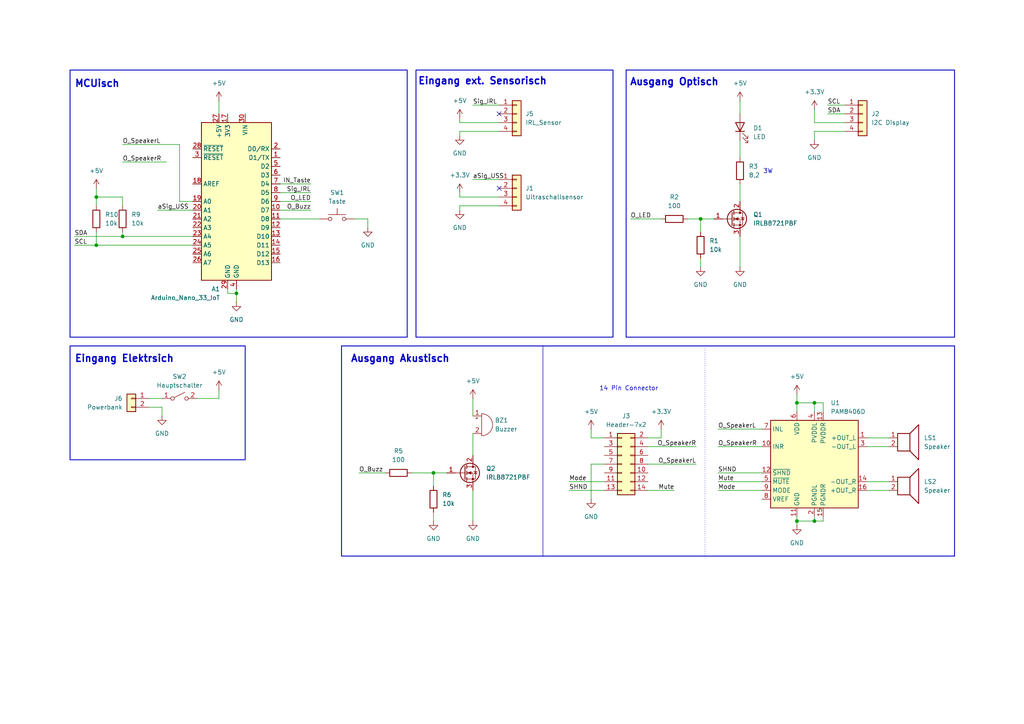
<source format=kicad_sch>
(kicad_sch (version 20250114) (generator "eeschema") (generator_version "9.0")
  (paper "A4")
  (title_block (title "Alarmanlage") (date "2025-11-16") (rev "v2"))
  (lib_symbols
    (symbol "Amplifier_Audio:PAM8406D"
      (property "Reference" "U" (at -12.7 -15.24 0))
      (property "Value" "PAM8406D" (at -10.16 -17.78 0))
      (symbol "PAM8406D_0_1"
        (rectangle (start -12.7 12.7) (end 12.7 -12.7) (stroke (width 0.254)) (fill (type background)))
      )
      (symbol "PAM8406D_1_1"
        (pin input line (at -15.24 10.16 0) (length 2.54) (name "INL") (number "7"))
        (pin input line (at -15.24 5.08 0) (length 2.54) (name "INR") (number "10"))
        (pin input line (at -15.24 -2.54 0) (length 2.54) (name "~{SHND}") (number "12"))
        (pin input line (at -15.24 -5.08 0) (length 2.54) (name "~{MUTE}") (number "5"))
        (pin input line (at -15.24 -7.62 0) (length 2.54) (name "MODE") (number "9"))
        (pin passive line (at -15.24 -10.16 0) (length 2.54) (name "VREF") (number "8"))
        (pin power_in line (at -5.08 15.24 270) (length 2.54) (name "VDD") (number "6"))
        (pin power_in line (at -5.08 -15.24 90) (length 2.54) (name "GND") (number "11"))
        (pin power_in line (at 0 15.24 270) (length 2.54) (name "PVDDL") (number "4"))
        (pin power_in line (at 0 -15.24 90) (length 2.54) (name "PGNDL") (number "2"))
        (pin power_in line (at 2.54 15.24 270) (length 2.54) (name "PVDDR") (number "13"))
        (pin power_in line (at 2.54 -15.24 90) (length 2.54) (name "PGNDR") (number "15"))
        (pin output line (at 15.24 7.62 180) (length 2.54) (name "+OUT_L") (number "1"))
        (pin output line (at 15.24 5.08 180) (length 2.54) (name "-OUT_L") (number "3"))
        (pin output line (at 15.24 -5.08 180) (length 2.54) (name "-OUT_R") (number "14"))
        (pin output line (at 15.24 -7.62 180) (length 2.54) (name "+OUT_R") (number "16"))
      )
    )
    (symbol "Connector_Generic:Conn_01x02" (pin_names (offset 1.016) (hide yes))
      (property "Reference" "J" (at 0 2.54 0))
      (property "Value" "Conn_01x02" (at 0 -5.08 0))
      (symbol "Conn_01x02_1_1"
        (rectangle (start -1.27 1.27) (end 1.27 -3.81) (stroke (width 0.254)) (fill (type background)))
        (rectangle (start -1.27 0.127) (end 0 -0.127) (stroke (width 0.1524)))
        (rectangle (start -1.27 -2.413) (end 0 -2.667) (stroke (width 0.1524)))
        (pin passive line (at -5.08 0 0) (length 3.81) (name "Pin_1") (number "1"))
        (pin passive line (at -5.08 -2.54 0) (length 3.81) (name "Pin_2") (number "2"))
      )
    )
    (symbol "Connector_Generic:Conn_01x04" (pin_names (offset 1.016) (hide yes))
      (property "Reference" "J" (at 0 5.08 0))
      (property "Value" "Conn_01x04" (at 0 -7.62 0))
      (symbol "Conn_01x04_1_1"
        (rectangle (start -1.27 3.81) (end 1.27 -6.35) (stroke (width 0.254)) (fill (type background)))
        (rectangle (start -1.27 2.667) (end 0 2.413) (stroke (width 0.1524)))
        (rectangle (start -1.27 0.127) (end 0 -0.127) (stroke (width 0.1524)))
        (rectangle (start -1.27 -2.413) (end 0 -2.667) (stroke (width 0.1524)))
        (rectangle (start -1.27 -4.953) (end 0 -5.207) (stroke (width 0.1524)))
        (pin passive line (at -5.08 2.54 0) (length 3.81) (name "Pin_1") (number "1"))
        (pin passive line (at -5.08 0 0) (length 3.81) (name "Pin_2") (number "2"))
        (pin passive line (at -5.08 -2.54 0) (length 3.81) (name "Pin_3") (number "3"))
        (pin passive line (at -5.08 -5.08 0) (length 3.81) (name "Pin_4") (number "4"))
      )
    )
    (symbol "Connector_Generic:Conn_02x07_Odd_Even" (pin_names (offset 1.016) (hide yes))
      (property "Reference" "J" (at 1.27 10.16 0))
      (property "Value" "Conn_02x07_Odd_Even" (at 1.27 -10.16 0))
      (symbol "Conn_02x07_Odd_Even_1_1"
        (rectangle (start -1.27 8.89) (end 3.81 -8.89) (stroke (width 0.254)) (fill (type background)))
        (rectangle (start -1.27 7.747) (end 0 7.493) (stroke (width 0.1524)))
        (rectangle (start -1.27 5.207) (end 0 4.953) (stroke (width 0.1524)))
        (rectangle (start -1.27 2.667) (end 0 2.413) (stroke (width 0.1524)))
        (rectangle (start -1.27 0.127) (end 0 -0.127) (stroke (width 0.1524)))
        (rectangle (start -1.27 -2.413) (end 0 -2.667) (stroke (width 0.1524)))
        (rectangle (start -1.27 -4.953) (end 0 -5.207) (stroke (width 0.1524)))
        (rectangle (start -1.27 -7.493) (end 0 -7.747) (stroke (width 0.1524)))
        (rectangle (start 3.81 7.747) (end 2.54 7.493) (stroke (width 0.1524)))
        (rectangle (start 3.81 5.207) (end 2.54 4.953) (stroke (width 0.1524)))
        (rectangle (start 3.81 2.667) (end 2.54 2.413) (stroke (width 0.1524)))
        (rectangle (start 3.81 0.127) (end 2.54 -0.127) (stroke (width 0.1524)))
        (rectangle (start 3.81 -2.413) (end 2.54 -2.667) (stroke (width 0.1524)))
        (rectangle (start 3.81 -4.953) (end 2.54 -5.207) (stroke (width 0.1524)))
        (rectangle (start 3.81 -7.493) (end 2.54 -7.747) (stroke (width 0.1524)))
        (pin passive line (at -5.08 7.62 0) (length 3.81) (name "Pin_1") (number "1"))
        (pin passive line (at -5.08 5.08 0) (length 3.81) (name "Pin_3") (number "3"))
        (pin passive line (at -5.08 2.54 0) (length 3.81) (name "Pin_5") (number "5"))
        (pin passive line (at -5.08 0 0) (length 3.81) (name "Pin_7") (number "7"))
        (pin passive line (at -5.08 -2.54 0) (length 3.81) (name "Pin_9") (number "9"))
        (pin passive line (at -5.08 -5.08 0) (length 3.81) (name "Pin_11") (number "11"))
        (pin passive line (at -5.08 -7.62 0) (length 3.81) (name "Pin_13") (number "13"))
        (pin passive line (at 7.62 7.62 180) (length 3.81) (name "Pin_2") (number "2"))
        (pin passive line (at 7.62 5.08 180) (length 3.81) (name "Pin_4") (number "4"))
        (pin passive line (at 7.62 2.54 180) (length 3.81) (name "Pin_6") (number "6"))
        (pin passive line (at 7.62 0 180) (length 3.81) (name "Pin_8") (number "8"))
        (pin passive line (at 7.62 -2.54 180) (length 3.81) (name "Pin_10") (number "10"))
        (pin passive line (at 7.62 -5.08 180) (length 3.81) (name "Pin_12") (number "12"))
        (pin passive line (at 7.62 -7.62 180) (length 3.81) (name "Pin_14") (number "14"))
      )
    )
    (symbol "Device:Buzzer" (pin_names (offset 0.0254) (hide yes))
      (property "Reference" "BZ" (at 3.81 1.27 0))
      (property "Value" "Buzzer" (at 3.81 -1.27 0))
      (symbol "Buzzer_0_1"
        (polyline (pts (xy -1.651 1.905) (xy -1.143 1.905)))
        (polyline (pts (xy -1.397 2.159) (xy -1.397 1.651)))
        (arc (start 0 3.175) (mid 3.1612 0) (end 0 -3.175))
        (polyline (pts (xy 0 3.175) (xy 0 -3.175)))
      )
      (symbol "Buzzer_1_1"
        (pin passive line (at -2.54 2.54 0) (length 2.54) (name "+") (number "1"))
        (pin passive line (at -2.54 -2.54 0) (length 2.54) (name "-") (number "2"))
      )
    )
    (symbol "Device:LED" (pin_numbers (hide yes)) (pin_names (offset 1.016) (hide yes))
      (property "Reference" "D" (at 0 2.54 0))
      (property "Value" "LED" (at 0 -2.54 0))
      (symbol "LED_0_1"
        (polyline (pts (xy -3.048 -0.762) (xy -4.572 -2.286) (xy -3.81 -2.286) (xy -4.572 -2.286) (xy -4.572 -1.524)))
        (polyline (pts (xy -1.778 -0.762) (xy -3.302 -2.286) (xy -2.54 -2.286) (xy -3.302 -2.286) (xy -3.302 -1.524)))
        (polyline (pts (xy -1.27 0) (xy 1.27 0)))
        (polyline (pts (xy -1.27 -1.27) (xy -1.27 1.27)) (stroke (width 0.254)))
        (polyline (pts (xy 1.27 -1.27) (xy 1.27 1.27) (xy -1.27 0) (xy 1.27 -1.27)) (stroke (width 0.254)))
      )
      (symbol "LED_1_1"
        (pin passive line (at -3.81 0 0) (length 2.54) (name "K") (number "1"))
        (pin passive line (at 3.81 0 180) (length 2.54) (name "A") (number "2"))
      )
    )
    (symbol "Device:R" (pin_numbers (hide yes)) (pin_names (offset 0))
      (property "Reference" "R" (at 2.032 0 90))
      (property "Value" "R" (at 0 0 90))
      (symbol "R_0_1"
        (rectangle (start -1.016 -2.54) (end 1.016 2.54) (stroke (width 0.254)))
      )
      (symbol "R_1_1"
        (pin passive line (at 0 3.81 270) (length 1.27) (name "~") (number "1"))
        (pin passive line (at 0 -3.81 90) (length 1.27) (name "~") (number "2"))
      )
    )
    (symbol "Device:Speaker" (pin_names (offset 0) (hide yes))
      (property "Reference" "LS" (at 1.27 5.715 0))
      (property "Value" "Speaker" (at 1.27 3.81 0))
      (symbol "Speaker_0_0"
        (rectangle (start -2.54 1.27) (end 1.016 -3.81) (stroke (width 0.254)))
        (polyline (pts (xy 1.016 1.27) (xy 3.556 3.81) (xy 3.556 -6.35) (xy 1.016 -3.81)) (stroke (width 0.254)))
      )
      (symbol "Speaker_1_1"
        (pin input line (at -5.08 0 0) (length 2.54) (name "1") (number "1"))
        (pin input line (at -5.08 -2.54 0) (length 2.54) (name "2") (number "2"))
      )
    )
    (symbol "MCU_Module:Arduino_Nano_v3.x"
      (property "Reference" "A" (at -10.16 23.495 0))
      (property "Value" "Arduino_Nano_v3.x" (at 5.08 -24.13 0))
      (symbol "Arduino_Nano_v3.x_0_1"
        (rectangle (start -10.16 22.86) (end 10.16 -22.86) (stroke (width 0.254)) (fill (type background)))
      )
      (symbol "Arduino_Nano_v3.x_1_1"
        (pin bidirectional line (at -12.7 15.24 0) (length 2.54) (name "D0/RX") (number "2"))
        (pin bidirectional line (at -12.7 12.7 0) (length 2.54) (name "D1/TX") (number "1"))
        (pin bidirectional line (at -12.7 10.16 0) (length 2.54) (name "D2") (number "5"))
        (pin bidirectional line (at -12.7 7.62 0) (length 2.54) (name "D3") (number "6"))
        (pin bidirectional line (at -12.7 5.08 0) (length 2.54) (name "D4") (number "7"))
        (pin bidirectional line (at -12.7 2.54 0) (length 2.54) (name "D5") (number "8"))
        (pin bidirectional line (at -12.7 0 0) (length 2.54) (name "D6") (number "9"))
        (pin bidirectional line (at -12.7 -2.54 0) (length 2.54) (name "D7") (number "10"))
        (pin bidirectional line (at -12.7 -5.08 0) (length 2.54) (name "D8") (number "11"))
        (pin bidirectional line (at -12.7 -7.62 0) (length 2.54) (name "D9") (number "12"))
        (pin bidirectional line (at -12.7 -10.16 0) (length 2.54) (name "D10") (number "13"))
        (pin bidirectional line (at -12.7 -12.7 0) (length 2.54) (name "D11") (number "14"))
        (pin bidirectional line (at -12.7 -15.24 0) (length 2.54) (name "D12") (number "15"))
        (pin bidirectional line (at -12.7 -17.78 0) (length 2.54) (name "D13") (number "16"))
        (pin power_in line (at -2.54 25.4 270) (length 2.54) (name "VIN") (number "30"))
        (pin power_in line (at 0 -25.4 90) (length 2.54) (name "GND") (number "4"))
        (pin power_out line (at 2.54 25.4 270) (length 2.54) (name "3V3") (number "17"))
        (pin power_in line (at 2.54 -25.4 90) (length 2.54) (name "GND") (number "29"))
        (pin power_out line (at 5.08 25.4 270) (length 2.54) (name "+5V") (number "27"))
        (pin input line (at 12.7 15.24 180) (length 2.54) (name "~{RESET}") (number "28"))
        (pin input line (at 12.7 12.7 180) (length 2.54) (name "~{RESET}") (number "3"))
        (pin input line (at 12.7 5.08 180) (length 2.54) (name "AREF") (number "18"))
        (pin bidirectional line (at 12.7 0 180) (length 2.54) (name "A0") (number "19"))
        (pin bidirectional line (at 12.7 -2.54 180) (length 2.54) (name "A1") (number "20"))
        (pin bidirectional line (at 12.7 -5.08 180) (length 2.54) (name "A2") (number "21"))
        (pin bidirectional line (at 12.7 -7.62 180) (length 2.54) (name "A3") (number "22"))
        (pin bidirectional line (at 12.7 -10.16 180) (length 2.54) (name "A4") (number "23"))
        (pin bidirectional line (at 12.7 -12.7 180) (length 2.54) (name "A5") (number "24"))
        (pin bidirectional line (at 12.7 -15.24 180) (length 2.54) (name "A6") (number "25"))
        (pin bidirectional line (at 12.7 -17.78 180) (length 2.54) (name "A7") (number "26"))
      )
    )
    (symbol "Switch:SW_Push" (pin_numbers (hide yes)) (pin_names (offset 1.016) (hide yes))
      (property "Reference" "SW" (at 1.27 2.54 0))
      (property "Value" "SW_Push" (at 0 -1.524 0))
      (symbol "SW_Push_0_1"
        (circle (center -2.032 0) (radius 0.508))
        (polyline (pts (xy 0 1.27) (xy 0 3.048)))
        (circle (center 2.032 0) (radius 0.508))
        (polyline (pts (xy 2.54 1.27) (xy -2.54 1.27)))
        (pin passive line (at -5.08 0 0) (length 2.54) (name "1") (number "1"))
        (pin passive line (at 5.08 0 180) (length 2.54) (name "2") (number "2"))
      )
    )
    (symbol "Switch:SW_SPST" (pin_names (offset 0) (hide yes))
      (property "Reference" "SW" (at 0 3.175 0))
      (property "Value" "SW_SPST" (at 0 -2.54 0))
      (symbol "SW_SPST_0_0"
        (circle (center -2.032 0) (radius 0.508))
        (polyline (pts (xy -1.524 0.254) (xy 1.524 1.778)))
        (circle (center 2.032 0) (radius 0.508))
      )
      (symbol "SW_SPST_1_1"
        (pin passive line (at -5.08 0 0) (length 2.54) (name "A") (number "1"))
        (pin passive line (at 5.08 0 180) (length 2.54) (name "B") (number "2"))
      )
    )
    (symbol "Transistor_FET:IRLB8721PBF" (pin_names (hide yes))
      (property "Reference" "Q" (at 5.08 1.905 0))
      (property "Value" "IRLB8721PBF" (at 5.08 0 0))
      (symbol "IRLB8721PBF_0_1"
        (polyline (pts (xy 0.254 1.905) (xy 0.254 -1.905)) (stroke (width 0.254)))
        (polyline (pts (xy 0.254 0) (xy -2.54 0)))
        (polyline (pts (xy 0.762 2.286) (xy 0.762 1.27)) (stroke (width 0.254)))
        (polyline (pts (xy 0.762 0.508) (xy 0.762 -0.508)) (stroke (width 0.254)))
        (polyline (pts (xy 0.762 -1.27) (xy 0.762 -2.286)) (stroke (width 0.254)))
        (polyline (pts (xy 0.762 -1.778) (xy 3.302 -1.778) (xy 3.302 1.778) (xy 0.762 1.778)))
        (polyline (pts (xy 1.016 0) (xy 2.032 0.381) (xy 2.032 -0.381) (xy 1.016 0)) (fill (type outline)))
        (circle (center 1.651 0) (radius 2.794) (stroke (width 0.254)))
        (polyline (pts (xy 2.54 2.54) (xy 2.54 1.778)))
        (circle (center 2.54 1.778) (radius 0.254) (fill (type outline)))
        (circle (center 2.54 -1.778) (radius 0.254) (fill (type outline)))
        (polyline (pts (xy 2.54 -2.54) (xy 2.54 0) (xy 0.762 0)))
        (polyline (pts (xy 2.794 0.508) (xy 2.921 0.381) (xy 3.683 0.381) (xy 3.81 0.254)))
        (polyline (pts (xy 3.302 0.381) (xy 2.921 -0.254) (xy 3.683 -0.254) (xy 3.302 0.381)))
      )
      (symbol "IRLB8721PBF_1_1"
        (pin input line (at -5.08 0 0) (length 2.54) (name "G") (number "1"))
        (pin passive line (at 2.54 5.08 270) (length 2.54) (name "D") (number "2"))
        (pin passive line (at 2.54 -5.08 90) (length 2.54) (name "S") (number "3"))
      )
    )
    (symbol "power:+3.3V" (power) (pin_numbers (hide yes)) (pin_names (offset 0) (hide yes))
      (property "Value" "+3.3V" (at 0 3.556 0))
      (symbol "+3.3V_0_1"
        (polyline (pts (xy -0.762 1.27) (xy 0 2.54)))
        (polyline (pts (xy 0 2.54) (xy 0.762 1.27)))
        (polyline (pts (xy 0 0) (xy 0 2.54)))
      )
      (symbol "+3.3V_1_1"
        (pin power_in line (at 0 0 90) (length 0) (name "~") (number "1"))
      )
    )
    (symbol "power:+5V" (power) (pin_numbers (hide yes)) (pin_names (offset 0) (hide yes))
      (property "Value" "+5V" (at 0 3.556 0))
      (symbol "+5V_0_1"
        (polyline (pts (xy -0.762 1.27) (xy 0 2.54)))
        (polyline (pts (xy 0 2.54) (xy 0.762 1.27)))
        (polyline (pts (xy 0 0) (xy 0 2.54)))
      )
      (symbol "+5V_1_1"
        (pin power_in line (at 0 0 90) (length 0) (name "~") (number "1"))
      )
    )
    (symbol "power:GND" (power) (pin_numbers (hide yes)) (pin_names (offset 0) (hide yes))
      (property "Value" "GND" (at 0 -3.81 0))
      (symbol "GND_0_1"
        (polyline (pts (xy 0 0) (xy 0 -1.27) (xy 1.27 -1.27) (xy 0 -2.54) (xy -1.27 -1.27) (xy 0 -1.27)))
      )
      (symbol "GND_1_1"
        (pin power_in line (at 0 0 270) (length 0) (name "~") (number "1"))
      )
    )
  )
  (rectangle (start 20.32 20.32) (end 118.11 97.79) (stroke (width 0.254)))
  (rectangle (start 99.06 100.33) (end 276.86 161.29) (stroke (width 0.254)))
  (rectangle (start 20.32 100.33) (end 71.12 133.35) (stroke (width 0.254)))
  (rectangle (start 120.65 20.32) (end 177.8 97.79) (stroke (width 0.254)))
  (rectangle (start 181.61 20.32) (end 276.86 97.79) (stroke (width 0.254)))
  (text "Eingang Elektrsich" (at 36.068 104.14 0) (effects (font (size 2.032 2.032) (thickness 0.4064) (bold yes))))
  (text "Ausgang Akustisch\n" (at 116.078 104.14 0) (effects (font (size 2.032 2.032) (thickness 0.4064) (bold yes))))
  (text "Ausgang Optisch\n" (at 195.58 23.876 0) (effects (font (size 2.032 2.032) (thickness 0.4064) (bold yes))))
  (text "MCUisch" (at 28.194 24.384 0) (effects (font (size 2.032 2.032) (thickness 0.4064) (bold yes))))
  (text "14 Pin Connector" (at 182.372 112.776 0) (effects (font (size 1.27 1.27))))
  (text "3W" (at 222.758 49.784 0) (effects (font (size 1.27 1.27))))
  (text "Eingang ext. Sensorisch\n" (at 139.954 23.622 0) (effects (font (size 2.032 2.032) (thickness 0.4064) (bold yes))))
  (junction (at 231.14 116.84))
  (junction (at 125.73 137.16))
  (junction (at 203.2 63.5))
  (junction (at 27.94 57.15))
  (junction (at 35.56 68.58))
  (junction (at 78.74 246.38))
  (junction (at 236.22 116.84))
  (junction (at 27.94 71.12))
  (junction (at 231.14 151.13))
  (junction (at 236.22 151.13))
  (junction (at 68.58 85.09))
  (no_connect (at 144.78 54.61))
  (no_connect (at 144.78 33.02))
  (wire (pts (xy 21.59 71.12) (xy 27.94 71.12)))
  (wire (pts (xy 68.58 85.09) (xy 68.58 87.63)))
  (wire (pts (xy 165.1 139.7) (xy 175.26 139.7)))
  (wire (pts (xy 236.22 151.13) (xy 238.76 151.13)))
  (wire (pts (xy 119.38 137.16) (xy 125.73 137.16)))
  (wire (pts (xy 90.17 58.42) (xy 81.28 58.42)))
  (wire (pts (xy 46.99 120.65) (xy 46.99 118.11)))
  (wire (pts (xy 68.58 83.82) (xy 68.58 85.09)))
  (wire (pts (xy 236.22 31.75) (xy 236.22 35.56)))
  (wire (pts (xy 236.22 149.86) (xy 236.22 151.13)))
  (wire (pts (xy 81.28 55.88) (xy 90.17 55.88)))
  (wire (pts (xy 35.56 46.99) (xy 48.26 46.99)))
  (wire (pts (xy 171.45 144.78) (xy 171.45 134.62)))
  (wire (pts (xy 171.45 124.46) (xy 171.45 127)))
  (wire (pts (xy 52.07 41.91) (xy 52.07 58.42)))
  (wire (pts (xy 187.96 129.54) (xy 201.93 129.54)))
  (wire (pts (xy 208.28 142.24) (xy 220.98 142.24)))
  (wire (pts (xy 137.16 52.07) (xy 144.78 52.07)))
  (wire (pts (xy 27.94 71.12) (xy 55.88 71.12)))
  (wire (pts (xy 81.28 63.5) (xy 92.71 63.5)))
  (wire (pts (xy 208.28 139.7) (xy 220.98 139.7)))
  (wire (pts (xy 251.46 127) (xy 257.81 127)))
  (wire (pts (xy 214.63 40.64) (xy 214.63 45.72)))
  (wire (pts (xy 236.22 40.64) (xy 236.22 38.1)))
  (wire (pts (xy 133.35 38.1) (xy 144.78 38.1)))
  (wire (pts (xy 63.5 29.21) (xy 63.5 33.02)))
  (wire (pts (xy 133.35 35.56) (xy 144.78 35.56)))
  (wire (pts (xy 21.59 68.58) (xy 35.56 68.58)))
  (wire (pts (xy 199.39 63.5) (xy 203.2 63.5)))
  (wire (pts (xy 106.68 66.04) (xy 106.68 63.5)))
  (wire (pts (xy 45.72 60.96) (xy 55.88 60.96)))
  (wire (pts (xy 137.16 115.57) (xy 137.16 120.65)))
  (wire (pts (xy 236.22 38.1) (xy 245.11 38.1)))
  (wire (pts (xy 133.35 57.15) (xy 144.78 57.15)))
  (wire (pts (xy 231.14 114.3) (xy 231.14 116.84)))
  (wire (pts (xy 35.56 41.91) (xy 52.07 41.91)))
  (wire (pts (xy 78.74 257.81) (xy 78.74 260.35)))
  (wire (pts (xy 46.99 118.11) (xy 43.18 118.11)))
  (wire (pts (xy 125.73 140.97) (xy 125.73 137.16)))
  (wire (pts (xy 191.77 124.46) (xy 191.77 127)))
  (wire (pts (xy 187.96 142.24) (xy 195.58 142.24)))
  (wire (pts (xy 165.1 142.24) (xy 175.26 142.24)))
  (wire (pts (xy 236.22 119.38) (xy 236.22 116.84)))
  (wire (pts (xy 90.17 60.96) (xy 81.28 60.96)))
  (wire (pts (xy 203.2 67.31) (xy 203.2 63.5)))
  (wire (pts (xy 27.94 57.15) (xy 27.94 59.69)))
  (wire (pts (xy 208.28 124.46) (xy 220.98 124.46)))
  (wire (pts (xy 236.22 116.84) (xy 231.14 116.84)))
  (wire (pts (xy 251.46 129.54) (xy 257.81 129.54)))
  (wire (pts (xy 106.68 63.5) (xy 102.87 63.5)))
  (wire (pts (xy 63.5 113.03) (xy 63.5 115.57)))
  (wire (pts (xy 214.63 53.34) (xy 214.63 58.42)))
  (wire (pts (xy 240.03 33.02) (xy 245.11 33.02)))
  (wire (pts (xy 66.04 83.82) (xy 66.04 85.09)))
  (wire (pts (xy 231.14 151.13) (xy 236.22 151.13)))
  (wire (pts (xy 52.07 58.42) (xy 55.88 58.42)))
  (wire (pts (xy 27.94 71.12) (xy 27.94 67.31)))
  (wire (pts (xy 125.73 137.16) (xy 129.54 137.16)))
  (wire (pts (xy 72.39 246.38) (xy 78.74 246.38)))
  (wire (pts (xy 236.22 35.56) (xy 245.11 35.56)))
  (wire (pts (xy 133.35 60.96) (xy 133.35 59.69)))
  (wire (pts (xy 133.35 59.69) (xy 144.78 59.69)))
  (wire (pts (xy 90.17 251.46) (xy 90.17 260.35)))
  (wire (pts (xy 66.04 85.09) (xy 68.58 85.09)))
  (wire (pts (xy 46.99 115.57) (xy 43.18 115.57)))
  (wire (pts (xy 104.14 137.16) (xy 111.76 137.16)))
  (wire (pts (xy 208.28 129.54) (xy 220.98 129.54)))
  (wire (pts (xy 203.2 63.5) (xy 207.01 63.5)))
  (wire (pts (xy 133.35 34.29) (xy 133.35 35.56)))
  (wire (pts (xy 137.16 142.24) (xy 137.16 151.13)))
  (wire (pts (xy 35.56 59.69) (xy 35.56 57.15)))
  (wire (pts (xy 187.96 134.62) (xy 201.93 134.62)))
  (wire (pts (xy 137.16 30.48) (xy 144.78 30.48)))
  (wire (pts (xy 240.03 30.48) (xy 245.11 30.48)))
  (wire (pts (xy 182.88 63.5) (xy 191.77 63.5)))
  (polyline (pts (xy 204.47 100.33) (xy 204.47 161.29)) (stroke (width 0) (type dot)))
  (wire (pts (xy 35.56 67.31) (xy 35.56 68.58)))
  (polyline (pts (xy 157.48 100.33) (xy 157.48 161.29)))
  (wire (pts (xy 137.16 125.73) (xy 137.16 132.08)))
  (wire (pts (xy 238.76 116.84) (xy 236.22 116.84)))
  (wire (pts (xy 78.74 246.38) (xy 82.55 246.38)))
  (wire (pts (xy 231.14 149.86) (xy 231.14 151.13)))
  (wire (pts (xy 35.56 57.15) (xy 27.94 57.15)))
  (wire (pts (xy 238.76 119.38) (xy 238.76 116.84)))
  (wire (pts (xy 81.28 53.34) (xy 90.17 53.34)))
  (wire (pts (xy 251.46 142.24) (xy 257.81 142.24)))
  (wire (pts (xy 208.28 137.16) (xy 220.98 137.16)))
  (wire (pts (xy 90.17 238.76) (xy 90.17 241.3)))
  (wire (pts (xy 171.45 127) (xy 175.26 127)))
  (wire (pts (xy 214.63 68.58) (xy 214.63 77.47)))
  (wire (pts (xy 171.45 134.62) (xy 175.26 134.62)))
  (wire (pts (xy 63.5 115.57) (xy 57.15 115.57)))
  (wire (pts (xy 231.14 116.84) (xy 231.14 119.38)))
  (wire (pts (xy 78.74 250.19) (xy 78.74 246.38)))
  (wire (pts (xy 214.63 29.21) (xy 214.63 33.02)))
  (wire (pts (xy 231.14 151.13) (xy 231.14 152.4)))
  (wire (pts (xy 133.35 55.88) (xy 133.35 57.15)))
  (wire (pts (xy 27.94 54.61) (xy 27.94 57.15)))
  (wire (pts (xy 203.2 74.93) (xy 203.2 77.47)))
  (wire (pts (xy 251.46 139.7) (xy 257.81 139.7)))
  (wire (pts (xy 133.35 39.37) (xy 133.35 38.1)))
  (wire (pts (xy 238.76 149.86) (xy 238.76 151.13)))
  (wire (pts (xy 187.96 127) (xy 191.77 127)))
  (wire (pts (xy 35.56 68.58) (xy 55.88 68.58)))
  (wire (pts (xy 125.73 148.59) (xy 125.73 151.13)))
  (label "SCL" (at 21.59 71.12 0))
  (label "Sig_IRL" (at 137.16 30.48 0))
  (label "O_Buzz" (at 90.17 60.96 180))
  (label "Mode" (at 165.1 139.7 0))
  (label "O_SpeakerR" (at 35.56 46.99 0))
  (label "O_SpeakerR" (at 208.28 129.54 0))
  (label "IN_Taste" (at 90.17 53.34 180))
  (label "Mode" (at 208.28 142.24 0))
  (label "SHND" (at 208.28 137.16 0))
  (label "O_LED" (at 90.17 58.42 180))
  (label "SHND" (at 165.1 142.24 0))
  (label "aSig_USS" (at 45.72 60.96 0))
  (label "O_SpeakerL" (at 208.28 124.46 0))
  (label "O_LED" (at 182.88 63.5 0))
  (label "Mute" (at 195.58 142.24 180))
  (label "Mute" (at 208.28 139.7 0))
  (label "O_SpeakerL" (at 201.93 134.62 180))
  (label "O_SpeakerL" (at 35.56 41.91 0))
  (label "O_Buzz" (at 104.14 137.16 0))
  (label "SDA" (at 240.03 33.02 0))
  (label "O_SpeakerR" (at 201.93 129.54 180))
  (label "SDA" (at 21.59 68.58 0))
  (label "aSig_USS" (at 137.16 52.07 0))
  (label "SCL" (at 240.03 30.48 0))
  (label "Sig_IRL" (at 90.17 55.88 180))
  (symbol (lib_id "Device:R") (at 68.58 246.38 90) (unit 1)
    (property "Reference" "R7" (at 68.58 240.03 90))
    (property "Value" "100" (at 68.58 242.57 90))
    (property "Description" "Resistor" (effects (hide yes)))
  )
  (symbol (lib_id "Device:R") (at 115.57 137.16 90) (unit 1)
    (property "Reference" "R5" (at 115.57 130.81 90))
    (property "Value" "100" (at 115.57 133.35 90))
    (property "Description" "Resistor" (effects (hide yes)))
  )
  (symbol (lib_id "Device:R") (at 195.58 63.5 90) (unit 1)
    (property "Reference" "R2" (at 195.58 57.15 90))
    (property "Value" "100" (at 195.58 59.69 90))
    (property "Description" "Resistor" (effects (hide yes)))
  )
  (symbol (lib_id "power:GND") (at 214.63 77.47 0) (unit 1)
    (property "Reference" "#PWR04" (effects (hide yes)))
    (property "Value" "GND" (at 214.63 82.55 0))
    (property "Description" "Power symbol creates a global label with name \"GND\" , ground" (effects (hide yes)))
  )
  (symbol (lib_id "Connector_Generic:Conn_01x04") (at 149.86 33.02 0) (unit 1)
    (property "Reference" "J5" (at 152.4 33.0199 0) (effects (justify left)))
    (property "Value" "IRL_Sensor" (at 152.4 35.5599 0) (effects (justify left)))
    (property "Description" "Generic connector, single row, 01x04, script generated (kicad-library-utils/schlib/autogen/connector/)" (effects (hide yes)))
  )
  (symbol (lib_id "power:GND") (at 106.68 66.04 0) (unit 1)
    (property "Reference" "#PWR023" (effects (hide yes)))
    (property "Value" "GND" (at 106.68 71.12 0))
    (property "Description" "Power symbol creates a global label with name \"GND\" , ground" (effects (hide yes)))
  )
  (symbol (lib_id "power:+5V") (at 63.5 29.21 0) (unit 1)
    (property "Reference" "#PWR05" (effects (hide yes)))
    (property "Value" "+5V" (at 63.5 24.13 0))
    (property "Description" "Power symbol creates a global label with name \"+5V\"" (effects (hide yes)))
  )
  (symbol (lib_id "Device:LED") (at 214.63 36.83 90) (unit 1)
    (property "Reference" "D1" (at 218.44 37.1474 90) (effects (justify right)))
    (property "Value" "LED" (at 218.44 39.6874 90) (effects (justify right)))
    (property "Description" "Light emitting diode" (effects (hide yes)))
  )
  (symbol (lib_id "Connector_Generic:Conn_01x02") (at 38.1 115.57 0) (mirror y) (unit 1)
    (property "Reference" "J6" (at 35.56 115.5699 0) (effects (justify left)))
    (property "Value" "Powerbank" (at 35.56 118.1099 0) (effects (justify left)))
    (property "Description" "Generic connector, single row, 01x02, script generated (kicad-library-utils/schlib/autogen/connector/)" (effects (hide yes)))
  )
  (symbol (lib_id "Connector_Generic:Conn_01x04") (at 149.86 54.61 0) (unit 1)
    (property "Reference" "J1" (at 152.4 54.6099 0) (effects (justify left)))
    (property "Value" "Ultraschallsensor" (at 152.4 57.1499 0) (effects (justify left)))
    (property "Description" "Generic connector, single row, 01x04, script generated (kicad-library-utils/schlib/autogen/connector/)" (effects (hide yes)))
  )
  (symbol (lib_id "Device:Buzzer") (at 139.7 123.19 0) (unit 1)
    (property "Reference" "BZ1" (at 143.51 121.9199 0) (effects (justify left)))
    (property "Value" "Buzzer" (at 143.51 124.4599 0) (effects (justify left)))
    (property "Description" "Buzzer, polarized" (effects (hide yes)))
  )
  (symbol (lib_id "power:+5V") (at 231.14 114.3 0) (unit 1)
    (property "Reference" "#PWR022" (effects (hide yes)))
    (property "Value" "+5V" (at 231.14 109.22 0))
    (property "Description" "Power symbol creates a global label with name \"+5V\"" (effects (hide yes)))
  )
  (symbol (lib_id "Device:Speaker") (at 262.89 139.7 0) (unit 1)
    (property "Reference" "LS2" (at 267.97 139.6999 0) (effects (justify left)))
    (property "Value" "Speaker" (at 267.97 142.2399 0) (effects (justify left)))
    (property "Description" "Speaker" (effects (hide yes)))
  )
  (symbol (lib_id "power:+5V") (at 171.45 124.46 0) (unit 1)
    (property "Reference" "#PWR06" (effects (hide yes)))
    (property "Value" "+5V" (at 171.45 119.38 0))
    (property "Description" "Power symbol creates a global label with name \"+5V\"" (effects (hide yes)))
  )
  (symbol (lib_id "Connector_Generic:Conn_02x07_Odd_Even") (at 180.34 134.62 0) (unit 1)
    (property "Reference" "J3" (at 181.61 120.65 0))
    (property "Value" "Header-7x2" (at 181.61 123.19 0))
    (property "Description" "Generic connector, double row, 02x07, odd/even pin numbering scheme (row 1 odd numbers, row 2 even numbers), script generated (kicad-library-utils/schlib/autogen/connector/)" (effects (hide yes)))
  )
  (symbol (lib_id "power:GND") (at 137.16 151.13 0) (unit 1)
    (property "Reference" "#PWR016" (effects (hide yes)))
    (property "Value" "GND" (at 137.16 156.21 0))
    (property "Description" "Power symbol creates a global label with name \"GND\" , ground" (effects (hide yes)))
  )
  (symbol (lib_id "power:+5V") (at 27.94 54.61 0) (unit 1)
    (property "Reference" "#PWR020" (effects (hide yes)))
    (property "Value" "+5V" (at 27.94 49.53 0))
    (property "Description" "Power symbol creates a global label with name \"+5V\"" (effects (hide yes)))
  )
  (symbol (lib_id "power:+3.3V") (at 191.77 124.46 0) (unit 1)
    (property "Reference" "#PWR024" (effects (hide yes)))
    (property "Value" "+3.3V" (at 191.77 119.38 0))
    (property "Description" "Power symbol creates a global label with name \"+3.3V\"" (effects (hide yes)))
  )
  (symbol (lib_id "Transistor_FET:IRLB8721PBF") (at 212.09 63.5 0) (unit 1)
    (property "Reference" "Q1" (at 218.44 62.2299 0) (effects (justify left)))
    (property "Value" "IRLB8721PBF" (at 218.44 64.7699 0) (effects (justify left)))
    (property "Footprint" "Package_TO_SOT_THT:TO-220-3_Vertical" (effects (hide yes)))
    (property "Datasheet" "http://www.infineon.com/dgdl/irlb8721pbf.pdf?fileId=5546d462533600a40153566056732591" (effects (hide yes)))
    (property "Description" "62A Id, 30V Vds, 8.7 mOhm Rds, N-Channel HEXFET Power MOSFET, TO-220" (effects (hide yes)))
  )
  (symbol (lib_id "Device:R") (at 125.73 144.78 0) (unit 1)
    (property "Reference" "R6" (at 128.27 143.5099 0) (effects (justify left)))
    (property "Value" "10k" (at 128.27 146.0499 0) (effects (justify left)))
    (property "Description" "Resistor" (effects (hide yes)))
  )
  (symbol (lib_id "power:+3.3V") (at 236.22 31.75 0) (unit 1)
    (property "Reference" "#PWR012" (effects (hide yes)))
    (property "Value" "+3.3V" (at 236.22 26.67 0))
    (property "Description" "Power symbol creates a global label with name \"+3.3V\"" (effects (hide yes)))
  )
  (symbol (lib_id "power:+5V") (at 214.63 29.21 0) (unit 1)
    (property "Reference" "#PWR01" (effects (hide yes)))
    (property "Value" "+5V" (at 214.63 24.13 0))
    (property "Description" "Power symbol creates a global label with name \"+5V\"" (effects (hide yes)))
  )
  (symbol (lib_id "power:GND") (at 171.45 144.78 0) (unit 1)
    (property "Reference" "#PWR025" (effects (hide yes)))
    (property "Value" "GND" (at 171.45 149.86 0))
    (property "Description" "Power symbol creates a global label with name \"GND\" , ground" (effects (hide yes)))
  )
  (symbol (lib_id "Switch:SW_SPST") (at 52.07 115.57 0) (unit 1)
    (property "Reference" "SW2" (at 52.07 109.22 0))
    (property "Value" "Hauptschalter" (at 52.07 111.76 0))
    (property "Description" "Single Pole Single Throw (SPST) switch" (effects (hide yes)))
  )
  (symbol (lib_id "power:GND") (at 236.22 40.64 0) (unit 1)
    (property "Reference" "#PWR011" (effects (hide yes)))
    (property "Value" "GND" (at 236.22 45.72 0))
    (property "Description" "Power symbol creates a global label with name \"GND\" , ground" (effects (hide yes)))
  )
  (symbol (lib_id "power:GND") (at 203.2 77.47 0) (unit 1)
    (property "Reference" "#PWR02" (effects (hide yes)))
    (property "Value" "GND" (at 203.2 82.55 0))
    (property "Description" "Power symbol creates a global label with name \"GND\" , ground" (effects (hide yes)))
  )
  (symbol (lib_id "power:GND") (at 133.35 39.37 0) (unit 1)
    (property "Reference" "#PWR07" (effects (hide yes)))
    (property "Value" "GND" (at 133.35 44.45 0))
    (property "Description" "Power symbol creates a global label with name \"GND\" , ground" (effects (hide yes)))
  )
  (symbol (lib_id "Device:R") (at 214.63 49.53 180) (unit 1)
    (property "Reference" "R3" (at 217.17 48.2599 0) (effects (justify right)))
    (property "Value" "8,2" (at 217.17 50.7999 0) (effects (justify right)))
    (property "Description" "Resistor" (effects (hide yes)))
  )
  (symbol (lib_id "Device:Speaker") (at 262.89 127 0) (unit 1)
    (property "Reference" "LS1" (at 267.97 126.9999 0) (effects (justify left)))
    (property "Value" "Speaker" (at 267.97 129.5399 0) (effects (justify left)))
    (property "Description" "Speaker" (effects (hide yes)))
  )
  (symbol (lib_id "power:GND") (at 78.74 260.35 0) (unit 1)
    (property "Reference" "#PWR017" (effects (hide yes)))
    (property "Value" "GND" (at 78.74 265.43 0))
    (property "Description" "Power symbol creates a global label with name \"GND\" , ground" (effects (hide yes)))
  )
  (symbol (lib_id "Device:R") (at 203.2 71.12 0) (unit 1)
    (property "Reference" "R1" (at 205.74 69.8499 0) (effects (justify left)))
    (property "Value" "10k" (at 205.74 72.3899 0) (effects (justify left)))
    (property "Description" "Resistor" (effects (hide yes)))
  )
  (symbol (lib_id "power:GND") (at 133.35 60.96 0) (unit 1)
    (property "Reference" "#PWR010" (effects (hide yes)))
    (property "Value" "GND" (at 133.35 66.04 0))
    (property "Description" "Power symbol creates a global label with name \"GND\" , ground" (effects (hide yes)))
  )
  (symbol (lib_id "power:+5V") (at 137.16 115.57 0) (unit 1)
    (property "Reference" "#PWR019" (effects (hide yes)))
    (property "Value" "+5V" (at 137.16 110.49 0))
    (property "Description" "Power symbol creates a global label with name \"+5V\"" (effects (hide yes)))
  )
  (symbol (lib_id "Connector_Generic:Conn_01x04") (at 250.19 33.02 0) (unit 1)
    (property "Reference" "J2" (at 252.73 33.0199 0) (effects (justify left)))
    (property "Value" "I2C Display" (at 252.73 35.5599 0) (effects (justify left)))
    (property "Description" "Generic connector, single row, 01x04, script generated (kicad-library-utils/schlib/autogen/connector/)" (effects (hide yes)))
  )
  (symbol (lib_id "power:GND") (at 68.58 87.63 0) (unit 1)
    (property "Reference" "#PWR03" (effects (hide yes)))
    (property "Value" "GND" (at 68.58 92.71 0))
    (property "Description" "Power symbol creates a global label with name \"GND\" , ground" (effects (hide yes)))
  )
  (symbol (lib_id "power:GND") (at 90.17 260.35 0) (unit 1)
    (property "Reference" "#PWR018" (effects (hide yes)))
    (property "Value" "GND" (at 90.17 265.43 0))
    (property "Description" "Power symbol creates a global label with name \"GND\" , ground" (effects (hide yes)))
  )
  (symbol (lib_id "MCU_Module:Arduino_Nano_v3.x") (at 68.58 58.42 0) (mirror y) (unit 1)
    (property "Reference" "A1" (at 63.8459 83.82 0) (effects (justify left)))
    (property "Value" "Arduino_Nano_33_IoT" (at 63.8459 86.36 0) (effects (justify left)))
    (property "Footprint" "Module:Arduino_Nano" (effects (hide yes)))
    (property "Datasheet" "http://www.mouser.com/pdfdocs/Gravitech_Arduino_Nano3_0.pdf" (effects (hide yes)))
    (property "Description" "Arduino Nano v3.x" (effects (hide yes)))
  )
  (symbol (lib_id "power:+5V") (at 63.5 113.03 0) (unit 1)
    (property "Reference" "#PWR013" (effects (hide yes)))
    (property "Value" "+5V" (at 63.5 107.95 0))
    (property "Description" "Power symbol creates a global label with name \"+5V\"" (effects (hide yes)))
  )
  (symbol (lib_id "Device:R") (at 27.94 63.5 0) (unit 1)
    (property "Reference" "R10" (at 30.48 62.2299 0) (effects (justify left)))
    (property "Value" "10k" (at 30.48 64.7699 0) (effects (justify left)))
    (property "Description" "Resistor" (effects (hide yes)))
  )
  (symbol (lib_id "Amplifier_Audio:PAM8406D") (at 236.22 134.62 0) (unit 1)
    (property "Reference" "U1" (at 240.9033 116.84 0) (effects (justify left)))
    (property "Value" "PAM8406D" (at 240.9033 119.38 0) (effects (justify left)))
    (property "Footprint" "Package_SO:SOIC-16_3.9x9.9mm_P1.27mm" (effects (hide yes)))
    (property "Datasheet" "https://www.diodes.com/assets/Datasheets/PAM8406.pdf" (effects (hide yes)))
    (property "Description" "5W Filterless Class-D / Class-AB Stereo Audio Amplifier, SOIC-16" (effects (hide yes)))
  )
  (symbol (lib_id "Device:R") (at 35.56 63.5 0) (unit 1)
    (property "Reference" "R9" (at 38.1 62.2299 0) (effects (justify left)))
    (property "Value" "10k" (at 38.1 64.7699 0) (effects (justify left)))
    (property "Description" "Resistor" (effects (hide yes)))
  )
  (symbol (lib_id "power:+3.3V") (at 133.35 55.88 0) (unit 1)
    (property "Reference" "#PWR09" (effects (hide yes)))
    (property "Value" "+3.3V" (at 133.35 50.8 0))
    (property "Description" "Power symbol creates a global label with name \"+3.3V\"" (effects (hide yes)))
  )
  (symbol (lib_id "Transistor_FET:IRLB8721PBF") (at 87.63 246.38 0) (unit 1)
    (property "Reference" "Q3" (at 93.98 245.1099 0) (effects (justify left)))
    (property "Value" "IRLB8721PBF" (at 93.98 247.6499 0) (effects (justify left)))
    (property "Footprint" "Package_TO_SOT_THT:TO-220-3_Vertical" (effects (hide yes)))
    (property "Datasheet" "http://www.infineon.com/dgdl/irlb8721pbf.pdf?fileId=5546d462533600a40153566056732591" (effects (hide yes)))
    (property "Description" "62A Id, 30V Vds, 8.7 mOhm Rds, N-Channel HEXFET Power MOSFET, TO-220" (effects (hide yes)))
  )
  (symbol (lib_id "Switch:SW_Push") (at 97.79 63.5 0) (unit 1)
    (property "Reference" "SW1" (at 97.79 55.88 0))
    (property "Value" "Taste" (at 97.79 58.42 0))
    (property "Description" "Push button switch, generic, two pins" (effects (hide yes)))
  )
  (symbol (lib_id "power:GND") (at 125.73 151.13 0) (unit 1)
    (property "Reference" "#PWR015" (effects (hide yes)))
    (property "Value" "GND" (at 125.73 156.21 0))
    (property "Description" "Power symbol creates a global label with name \"GND\" , ground" (effects (hide yes)))
  )
  (symbol (lib_id "Device:R") (at 78.74 254 0) (unit 1)
    (property "Reference" "R8" (at 81.28 252.7299 0) (effects (justify left)))
    (property "Value" "10k" (at 81.28 255.2699 0) (effects (justify left)))
    (property "Description" "Resistor" (effects (hide yes)))
  )
  (symbol (lib_id "power:GND") (at 46.99 120.65 0) (mirror y) (unit 1)
    (property "Reference" "#PWR014" (effects (hide yes)))
    (property "Value" "GND" (at 46.99 125.73 0))
    (property "Description" "Power symbol creates a global label with name \"GND\" , ground" (effects (hide yes)))
  )
  (symbol (lib_id "Transistor_FET:IRLB8721PBF") (at 134.62 137.16 0) (unit 1)
    (property "Reference" "Q2" (at 140.97 135.8899 0) (effects (justify left)))
    (property "Value" "IRLB8721PBF" (at 140.97 138.4299 0) (effects (justify left)))
    (property "Footprint" "Package_TO_SOT_THT:TO-220-3_Vertical" (effects (hide yes)))
    (property "Datasheet" "http://www.infineon.com/dgdl/irlb8721pbf.pdf?fileId=5546d462533600a40153566056732591" (effects (hide yes)))
    (property "Description" "62A Id, 30V Vds, 8.7 mOhm Rds, N-Channel HEXFET Power MOSFET, TO-220" (effects (hide yes)))
  )
  (symbol (lib_id "power:GND") (at 231.14 152.4 0) (unit 1)
    (property "Reference" "#PWR021" (effects (hide yes)))
    (property "Value" "GND" (at 231.14 157.48 0))
    (property "Description" "Power symbol creates a global label with name \"GND\" , ground" (effects (hide yes)))
  )
  (symbol (lib_id "power:+5V") (at 133.35 34.29 0) (unit 1)
    (property "Reference" "#PWR08" (effects (hide yes)))
    (property "Value" "+5V" (at 133.35 29.21 0))
    (property "Description" "Power symbol creates a global label with name \"+5V\"" (effects (hide yes)))
  )
)
</source>
